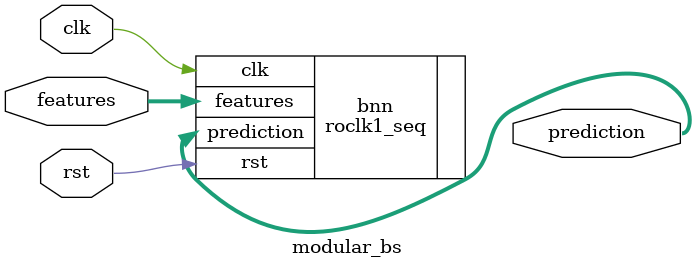
<source format=v>
`ifndef DUTNAME
`define DUTNAME modular_bs
parameter FEAT_CNT = 4;
parameter FEAT_BITS = 4;
parameter HIDDEN_CNT = 4;
parameter CLASS_CNT = 4;
`define WEIGHTS0 0
`define WEIGHTS1 0
`else
    `include `BSTRINGS
`endif
module `DUTNAME #(
`ifdef PARAMS
`include `PARAMS
`endif
  ) (
  input clk,
  input rst,
  input [FEAT_CNT*FEAT_BITS-1:0] features,
  output [$clog2(CLASS_CNT)-1:0] prediction
  );

  localparam Weights0 = `WEIGHTS0 ;
  localparam Weights1 = `WEIGHTS1 ;

  roclk1_seq #(.FEAT_CNT(FEAT_CNT),.FEAT_BITS(FEAT_BITS),.HIDDEN_CNT(HIDDEN_CNT),.CLASS_CNT(CLASS_CNT),.Weights0(Weights0),.Weights1(Weights1)) bnn (
    .clk(clk),
    .rst(rst),
    .features(features),
    .prediction(prediction)
  );

endmodule

</source>
